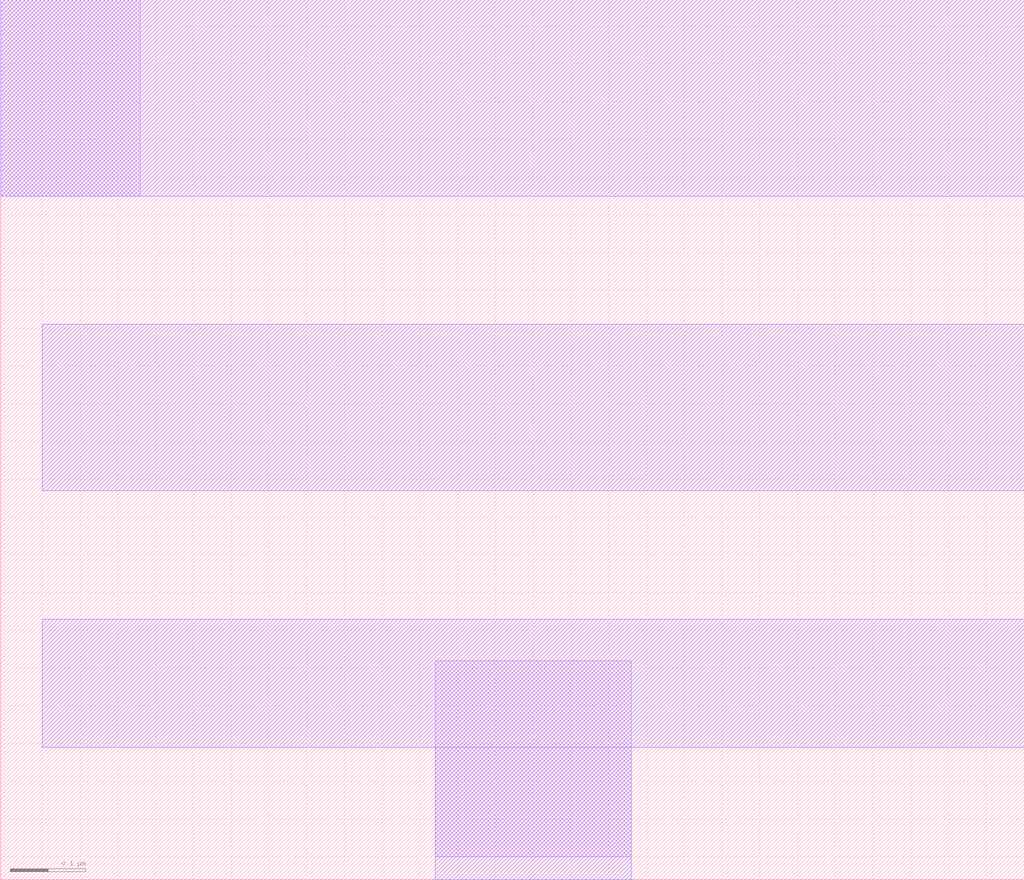
<source format=lef>
VERSION 5.7 ;
  NOWIREEXTENSIONATPIN ON ;
  DIVIDERCHAR "/" ;
  BUSBITCHARS "[]" ;
MACRO sky130_fd_bd_sram__sram_sp_rowend_met2
  CLASS BLOCK ;
  FOREIGN sky130_fd_bd_sram__sram_sp_rowend_met2 ;
  ORIGIN 0.055 -0.120 ;
  SIZE 1.355 BY 1.165 ;
  OBS
      LAYER met1 ;
        RECT -0.055 1.025 0.130 1.285 ;
        RECT 0.520 0.150 0.780 0.410 ;
      LAYER met2 ;
        RECT -0.055 1.025 1.300 1.285 ;
        RECT 0.000 0.635 1.300 0.855 ;
        RECT 0.000 0.295 1.300 0.465 ;
        RECT 0.520 0.120 0.780 0.295 ;
  END
END sky130_fd_bd_sram__sram_sp_rowend_met2
END LIBRARY


</source>
